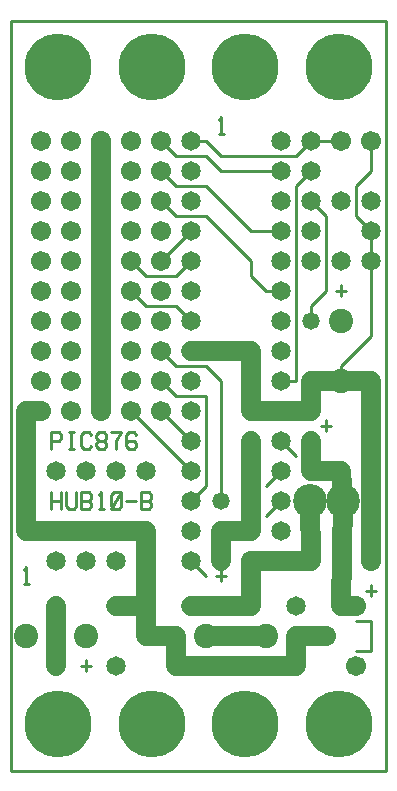
<source format=gtl>
%MOIN*%
%FSLAX25Y25*%
G04 D10 used for Character Trace; *
G04     Circle (OD=.01000) (No hole)*
G04 D11 used for Power Trace; *
G04     Circle (OD=.06700) (No hole)*
G04 D12 used for Signal Trace; *
G04     Circle (OD=.01100) (No hole)*
G04 D13 used for Via; *
G04     Circle (OD=.05800) (Round. Hole ID=.02800)*
G04 D14 used for Component hole; *
G04     Circle (OD=.06500) (Round. Hole ID=.03500)*
G04 D15 used for Component hole; *
G04     Circle (OD=.06700) (Round. Hole ID=.04300)*
G04 D16 used for Component hole; *
G04     Circle (OD=.08100) (Round. Hole ID=.05100)*
G04 D17 used for Component hole; *
G04     Circle (OD=.08900) (Round. Hole ID=.05900)*
G04 D18 used for Component hole; *
G04     Circle (OD=.11300) (Round. Hole ID=.08300)*
G04 D19 used for Component hole; *
G04     Circle (OD=.16000) (Round. Hole ID=.13000)*
G04 D20 used for Component hole; *
G04     Circle (OD=.18300) (Round. Hole ID=.15300)*
G04 D21 used for Component hole; *
G04     Circle (OD=.22291) (Round. Hole ID=.19291)*
%ADD10C,.01000*%
%ADD11C,.06700*%
%ADD12C,.01100*%
%ADD13C,.05800*%
%ADD14C,.06500*%
%ADD15C,.06700*%
%ADD16C,.08100*%
%ADD17C,.08900*%
%ADD18C,.11300*%
%ADD19C,.16000*%
%ADD20C,.18300*%
%ADD21C,.22291*%
%IPPOS*%
%LPD*%
G90*X0Y0D02*D21*X15625Y15625D03*D14*              
X35000Y35000D03*D10*X23326D02*X26674D01*          
X25000Y36914D02*Y33086D01*D13*X15000Y35000D03*D11*
Y55000D01*D13*D03*D16*X25000Y45000D03*D10*        
X4163Y66914D02*X5000Y67871D01*Y62129D01*X4163D02* 
X5837D01*D16*X5000Y45000D03*D14*X25000Y70000D03*  
X15000D03*X35000Y55000D03*D11*X45000D01*Y45000D01*
X55000D01*Y35000D01*X95000D01*Y45000D01*D14*D03*  
D11*X105000D01*D15*D03*X115000Y35000D03*Y55000D03*
D11*X110000D01*X110500Y90000D01*D18*D03*D11*      
X110000Y100000D01*X100000D01*Y110000D01*D14*D03*  
D10*X103326Y115000D02*X106674D01*                 
X105000Y116914D02*Y113086D01*D12*X95000Y105000D02*
X90000Y110000D01*D14*D03*D11*Y120000D02*          
X100000D01*D14*X90000D03*D11*X80000D01*Y140000D01*
X60000D01*D14*D03*D12*X70000Y130000D02*           
X65000Y135000D01*X70000Y90000D02*Y130000D01*D13*  
Y90000D03*D12*X60000D02*X65000Y95000D01*D14*      
X60000Y90000D03*D12*X65000Y95000D02*Y125000D01*   
X55000D01*X50000Y130000D01*D15*D03*D12*           
X55000Y135000D02*X65000D01*D14*X60000Y130000D03*  
D12*X55000Y135000D02*X50000Y140000D01*D15*D03*D14*
X60000Y150000D03*D12*X55000Y155000D01*X45000D01*  
X40000Y160000D01*D15*D03*D12*X45000Y165000D02*    
X55000D01*X60000Y170000D01*D14*D03*D15*           
X50000Y180000D03*Y160000D03*D14*X60000Y180000D03* 
D12*X50000Y170000D01*D15*D03*D12*X45000Y165000D02*
X40000Y170000D01*D15*D03*X30000Y180000D03*D11*    
Y170000D01*D15*D03*D11*Y160000D01*D15*D03*D11*    
Y150000D01*D15*D03*D11*Y140000D01*D15*D03*D11*    
Y130000D01*D15*D03*D11*Y120000D01*D15*D03*        
X40000Y130000D03*X20000D03*X40000Y120000D03*D12*  
X60000Y100000D01*D14*D03*Y110000D03*D12*          
X50000Y120000D01*D15*D03*D14*X60000D03*           
X35000Y100000D03*X45000D03*D15*X40000Y140000D03*  
D14*X25000Y100000D03*D15*X20000Y150000D03*        
Y140000D03*D13*X80000Y110000D03*D11*Y80000D01*    
X70000D01*Y70000D01*D14*D03*D12*X65000Y65000D02*  
X60000Y70000D01*D14*D03*D10*X68326Y65000D02*      
X71674D01*X70000Y66914D02*Y63086D01*D14*          
X60000Y80000D03*D11*X45000Y55000D02*Y70000D01*D14*
D03*D11*Y80000D01*X5000D01*Y120000D01*X10000D01*  
D15*D03*X20000D03*X10000Y130000D03*D10*           
X13326Y107129D02*Y112871D01*X15837D01*            
X16674Y111914D01*Y110957D01*X15837Y110000D01*     
X13326D01*X20000Y107129D02*Y112871D01*            
X19163Y107129D02*X20837D01*X19163Y112871D02*      
X20837D01*X26674Y108086D02*X25837Y107129D01*      
X24163D01*X23326Y108086D01*Y111914D01*            
X24163Y112871D01*X25837D01*X26674Y111914D01*      
X29163Y110000D02*X28326Y110957D01*Y111914D01*     
X29163Y112871D01*X30837D01*X31674Y111914D01*      
Y110957D01*X30837Y110000D01*X29163D01*            
X28326Y109043D01*Y108086D01*X29163Y107129D01*     
X30837D01*X31674Y108086D01*Y109043D01*            
X30837Y110000D01*X33326Y112871D02*X36674D01*      
X35000Y110000D01*Y107129D01*X41674Y111914D02*     
X40837Y112871D01*X39163D01*X38326Y111914D01*      
Y108086D01*X39163Y107129D01*X40837D01*            
X41674Y108086D01*Y109043D01*X40837Y110000D01*     
X39163D01*X38326Y109043D01*D15*X10000Y140000D03*  
D14*X15000Y100000D03*D15*X40000Y150000D03*        
X10000D03*D10*X13326Y87129D02*Y92871D01*          
X16674Y87129D02*Y92871D01*X13326Y90000D02*        
X16674D01*X21674Y92871D02*Y88086D01*              
X20837Y87129D01*X19163D01*X18326Y88086D01*        
Y92871D01*X23326Y87129D02*Y92871D01*X25837D01*    
X26674Y91914D01*Y90957D01*X25837Y90000D01*        
X26674Y89043D01*Y88086D01*X25837Y87129D01*        
X23326D01*Y90000D02*X25837D01*X29163Y91914D02*    
X30000Y92871D01*Y87129D01*X29163D02*X30837D01*    
X36674Y88086D02*X35837Y87129D01*X34163D01*        
X33326Y88086D01*Y91914D01*X34163Y92871D01*        
X35837D01*X36674Y91914D01*Y88086D01*              
X33326Y87129D02*X36674Y92871D01*X38326Y90000D02*  
X41674D01*X43326Y87129D02*Y92871D01*X45837D01*    
X46674Y91914D01*Y90957D01*X45837Y90000D01*        
X46674Y89043D01*Y88086D01*X45837Y87129D01*        
X43326D01*Y90000D02*X45837D01*D15*                
X20000Y160000D03*X10000D03*X50000Y150000D03*      
X20000Y170000D03*X10000D03*D14*X35000Y70000D03*   
X60000Y160000D03*D15*X40000Y180000D03*D11*        
X30000D02*Y190000D01*D15*D03*D11*Y200000D01*D15*  
D03*D11*Y210000D01*D15*D03*X40000Y200000D03*      
X20000D03*X40000Y210000D03*X20000D03*             
X50000Y190000D03*D12*X55000Y185000D01*X65000D01*  
X80000Y170000D01*Y165000D01*X85000Y160000D01*     
X90000D01*D14*D03*D13*X100000Y150000D03*D12*      
Y155000D01*X105000Y160000D01*Y185000D01*          
X100000Y190000D01*D14*D03*D12*X95000Y130000D02*   
Y195000D01*X90000Y130000D02*X95000D01*D14*        
X90000D03*D11*X100000Y120000D02*Y130000D01*       
X110000D01*D16*D03*D11*X120000D01*Y110000D01*D14* 
D03*D11*Y70000D01*D15*D03*D10*X118326Y60000D02*   
X121674D01*X120000Y61914D02*Y58086D01*D18*        
X99500Y90000D03*D11*X100000Y70000D01*X80000D01*   
D15*D03*D11*Y55000D01*X60000D01*D13*D03*D16*      
X65000Y45000D03*D11*X85000D01*D16*D03*D14*        
X95000Y55000D03*D12*X115000Y40000D02*X120000D01*  
Y50000D01*X115000D01*D14*X90000Y80000D03*D21*     
X78125Y15625D03*X109375D03*D12*X85000Y85000D02*   
X90000Y90000D01*D14*D03*D12*X85000Y95000D02*      
X90000Y100000D01*D14*D03*D12*X110000Y130000D02*   
Y135000D01*X120000Y145000D01*Y170000D01*D14*D03*  
D12*Y180000D01*D14*D03*D12*X115000Y185000D01*     
Y195000D01*X120000Y200000D01*Y210000D01*D15*D03*  
X110000D03*D12*X100000D01*D14*D03*D12*            
X95000Y205000D01*X70000D01*X65000Y210000D01*      
X60000D01*D14*D03*D12*X70000Y200000D02*           
X65000Y205000D01*X70000Y200000D02*X90000D01*D14*  
D03*D12*X95000Y195000D02*X100000Y200000D01*D14*   
D03*X110000Y190000D03*X90000Y210000D03*Y190000D03*
D12*X80000Y180000D02*X90000D01*D14*D03*           
X100000Y170000D03*Y180000D03*D12*X80000D02*       
X65000Y195000D01*X55000D01*X50000Y200000D01*D15*  
D03*D12*X55000Y205000D02*X65000D01*D14*           
X60000Y200000D03*D10*X69163Y216914D02*            
X70000Y217871D01*Y212129D01*X69163D02*X70837D01*  
D12*X55000Y205000D02*X50000Y210000D01*D15*D03*    
X40000Y190000D03*D14*X60000D03*D21*               
X46875Y234375D03*D15*X20000Y180000D03*Y190000D03* 
D21*X78125Y234375D03*X15625D03*D14*               
X90000Y170000D03*D15*X10000Y210000D03*Y200000D03* 
Y190000D03*Y180000D03*D12*X0Y0D02*Y250000D01*     
Y0D02*X125000D01*Y250000D01*X0D01*D14*            
X90000Y150000D03*D16*X110000D03*D10*              
X108326Y160000D02*X111674D01*X110000Y161914D02*   
Y158086D01*D14*Y170000D03*D21*X109375Y234375D03*  
D14*X90000Y140000D03*X120000Y190000D03*D21*       
X46875Y15625D03*M02*                              

</source>
